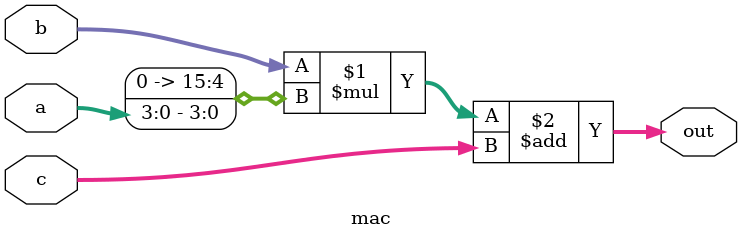
<source format=v>
module mac (out, a, b, c);

parameter bw = 4;
parameter psum_bw = 16;

output signed [psum_bw-1:0] out;
input  [bw-1:0] a;
input  signed [bw-1:0] b;
input  signed [psum_bw-1:0] c;

assign out = b*$signed({1'b0,a}) + c;

endmodule

</source>
